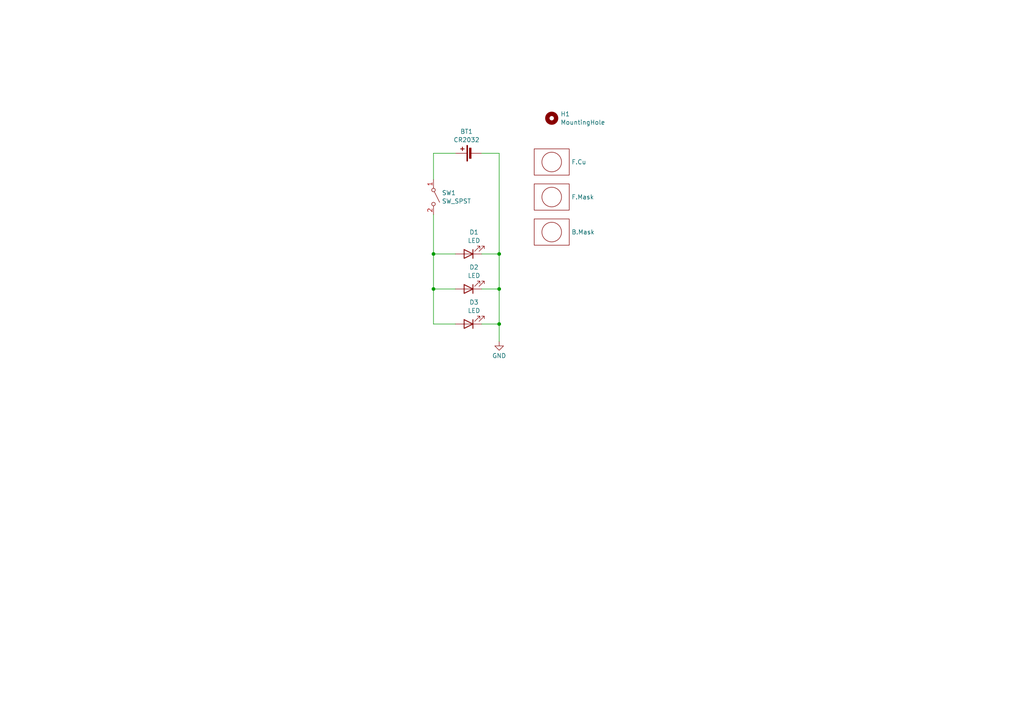
<source format=kicad_sch>
(kicad_sch (version 20231120) (generator "eeschema") (generator_version "8.0")
  (paper "A4")
  (title_block (title "${PROJECT-NAME}") (rev "${REVISION}"))
  (lib_symbols
    (symbol "Device:Battery_Cell" (pin_numbers hide) (pin_names (offset 0) hide)
      (property "Reference" "BT" (at 2.54 2.54 0))
      (property "Value" "Battery_Cell" (at 2.54 0 0))
      (symbol "Battery_Cell_0_1"
        (rectangle (start -2.286 1.778) (end 2.286 1.524) (fill (type outline)))
        (rectangle (start -1.524 1.016) (end 1.524 0.508) (fill (type outline)))
        (polyline (pts (xy 0 0.762) (xy 0 0)))
        (polyline (pts (xy 0 1.778) (xy 0 2.54)))
        (polyline (pts (xy 0.762 3.048) (xy 1.778 3.048)) (stroke (width 0.254)))
        (polyline (pts (xy 1.27 3.556) (xy 1.27 2.54)) (stroke (width 0.254)))
      )
      (symbol "Battery_Cell_1_1"
        (pin passive line (at 0 5.08 270) (length 2.54) (name "+") (number "1"))
        (pin passive line (at 0 -2.54 90) (length 2.54) (name "-") (number "2"))
      )
    )
    (symbol "Device:LED" (pin_numbers hide) (pin_names (offset 1.016) hide)
      (property "Reference" "D" (at 0 2.54 0))
      (property "Value" "LED" (at 0 -2.54 0))
      (symbol "LED_0_1"
        (polyline (pts (xy -1.27 -1.27) (xy -1.27 1.27)) (stroke (width 0.254)))
        (polyline (pts (xy -1.27 0) (xy 1.27 0)))
        (polyline (pts (xy 1.27 -1.27) (xy 1.27 1.27) (xy -1.27 0) (xy 1.27 -1.27)) (stroke (width 0.254)))
        (polyline (pts (xy -3.048 -0.762) (xy -4.572 -2.286) (xy -3.81 -2.286) (xy -4.572 -2.286) (xy -4.572 -1.524)))
        (polyline (pts (xy -1.778 -0.762) (xy -3.302 -2.286) (xy -2.54 -2.286) (xy -3.302 -2.286) (xy -3.302 -1.524)))
      )
      (symbol "LED_1_1"
        (pin passive line (at -3.81 0 0) (length 2.54) (name "K") (number "1"))
        (pin passive line (at 3.81 0 180) (length 2.54) (name "A") (number "2"))
      )
    )
    (symbol "Mechanical:MountingHole" (pin_names (offset 1.016)) (exclude_from_sim yes) (in_bom no)
      (property "Reference" "H" (at 0 5.08 0))
      (property "Value" "MountingHole" (at 0 3.175 0))
      (symbol "MountingHole_0_1"
        (circle (center 0 0) (radius 1.27) (stroke (width 1.27)))
      )
    )
    (symbol "Switch:SW_SPST" (pin_names (offset 0) hide)
      (property "Reference" "SW" (at 0 3.175 0))
      (property "Value" "SW_SPST" (at 0 -2.54 0))
      (symbol "SW_SPST_0_0"
        (circle (center -2.032 0) (radius 0.508))
        (polyline (pts (xy -1.524 0.254) (xy 1.524 1.778)))
        (circle (center 2.032 0) (radius 0.508))
      )
      (symbol "SW_SPST_1_1"
        (pin passive line (at -5.08 0 0) (length 2.54) (name "A") (number "1"))
        (pin passive line (at 5.08 0 180) (length 2.54) (name "B") (number "2"))
      )
    )
    (symbol "power:GND" (power) (pin_numbers hide) (pin_names (offset 0) hide)
      (property "Value" "GND" (at 0 -3.81 0))
      (symbol "GND_0_1"
        (polyline (pts (xy 0 0) (xy 0 -1.27) (xy 1.27 -1.27) (xy 0 -2.54) (xy -1.27 -1.27) (xy 0 -1.27)))
      )
      (symbol "GND_1_1"
        (pin power_in line (at 0 0 270) (length 0) (name "~") (number "1"))
      )
    )
    (symbol "sjm-mechanical:logo" (pin_names (offset 1.016))
      (property "Value" "logo" (at 7.62 -3.048 0))
      (symbol "logo_0_1"
        (rectangle (start -5.08 3.81) (end 5.08 -3.81))
        (circle (center 0 0) (radius 2.8448))
      )
    )
  )
  (junction (at 144.78 93.98))
  (junction (at 144.78 73.66))
  (junction (at 144.78 83.82))
  (junction (at 125.73 83.82))
  (junction (at 125.73 73.66))
  (wire (pts (xy 125.73 83.82) (xy 125.73 93.98)))
  (wire (pts (xy 144.78 44.45) (xy 139.7 44.45)))
  (wire (pts (xy 144.78 93.98) (xy 144.78 83.82)))
  (wire (pts (xy 125.73 83.82) (xy 132.08 83.82)))
  (wire (pts (xy 139.7 73.66) (xy 144.78 73.66)))
  (wire (pts (xy 125.73 73.66) (xy 132.08 73.66)))
  (wire (pts (xy 125.73 62.23) (xy 125.73 73.66)))
  (wire (pts (xy 139.7 93.98) (xy 144.78 93.98)))
  (wire (pts (xy 132.08 44.45) (xy 125.73 44.45)))
  (wire (pts (xy 139.7 83.82) (xy 144.78 83.82)))
  (wire (pts (xy 144.78 93.98) (xy 144.78 99.06)))
  (wire (pts (xy 144.78 44.45) (xy 144.78 73.66)))
  (wire (pts (xy 125.73 44.45) (xy 125.73 52.07)))
  (wire (pts (xy 125.73 93.98) (xy 132.08 93.98)))
  (wire (pts (xy 125.73 73.66) (xy 125.73 83.82)))
  (wire (pts (xy 144.78 83.82) (xy 144.78 73.66)))
  (symbol (lib_id "sjm-mechanical:logo") (at 160.02 57.15 0) (unit 1)
    (property "Reference" "Lg2" (effects (hide yes)))
    (property "Value" "F.Mask" (at 165.735 57.15 0) (effects (justify left)))
    (property "Footprint" "VULCA-Badge-Footprints:F.Mask" (effects (hide yes)))
  )
  (symbol (lib_id "Device:LED") (at 135.89 73.66 180) (unit 1)
    (property "Reference" "D1" (at 137.4775 67.3565 0))
    (property "Value" "LED" (at 137.4775 69.7808 0))
    (property "Footprint" "VULCA-Badge-Footprints:LED D5.0mm SMD" (effects (hide yes)))
    (property "Description" "Light emitting diode" (effects (hide yes)))
  )
  (symbol (lib_id "Device:LED") (at 135.89 93.98 180) (unit 1)
    (property "Reference" "D3" (at 137.4775 87.6765 0))
    (property "Value" "LED" (at 137.4775 90.1008 0))
    (property "Footprint" "VULCA-Badge-Footprints:LED D5.0mm SMD" (effects (hide yes)))
    (property "Description" "Light emitting diode" (effects (hide yes)))
  )
  (symbol (lib_id "Device:LED") (at 135.89 83.82 180) (unit 1)
    (property "Reference" "D2" (at 137.4775 77.5165 0))
    (property "Value" "LED" (at 137.4775 79.9408 0))
    (property "Footprint" "VULCA-Badge-Footprints:LED D5.0mm SMD" (effects (hide yes)))
    (property "Description" "Light emitting diode" (effects (hide yes)))
  )
  (symbol (lib_id "sjm-mechanical:logo") (at 160.02 67.31 0) (unit 1)
    (property "Reference" "Lg3" (effects (hide yes)))
    (property "Value" "B.Mask" (at 165.735 67.31 0) (effects (justify left)))
    (property "Footprint" "VULCA-Badge-Footprints:B.Mask" (effects (hide yes)))
  )
  (symbol (lib_id "Switch:SW_SPST") (at 125.73 57.15 270) (unit 1)
    (property "Reference" "SW1" (at 128.143 55.9378 90) (effects (justify left)))
    (property "Value" "SW_SPST" (at 128.143 58.3621 90) (effects (justify left)))
    (property "Footprint" "VULCA-Badge-Footprints:SW_PUSH_SPST_ 1208Yd" (effects (hide yes)))
    (property "Description" "Single Pole Single Throw (SPST) switch" (effects (hide yes)))
  )
  (symbol (lib_id "Mechanical:MountingHole") (at 160.02 34.29 0) (unit 1) (exclude_from_sim yes) (in_bom no)
    (property "Reference" "H1" (at 162.56 33.0778 0) (effects (justify left)))
    (property "Value" "MountingHole" (at 162.56 35.5021 0) (effects (justify left)))
    (property "Footprint" "MountingHole:MountingHole_4.3mm_M4" (effects (hide yes)))
    (property "Description" "Mounting Hole without connection" (effects (hide yes)))
  )
  (symbol (lib_id "sjm-mechanical:logo") (at 160.02 46.99 0) (unit 1)
    (property "Reference" "Lg1" (effects (hide yes)))
    (property "Value" "F.Cu" (at 165.735 46.99 0) (effects (justify left)))
    (property "Footprint" "VULCA-Badge-Footprints:F.Cu" (effects (hide yes)))
  )
  (symbol (lib_id "Device:Battery_Cell") (at 137.16 44.45 90) (unit 1)
    (property "Reference" "BT1" (at 135.3185 38.1465 90))
    (property "Value" "CR2032" (at 135.3185 40.5708 90))
    (property "Footprint" "Battery:BatteryHolder_Keystone_1060_1x2032" (effects (hide yes)))
    (property "Description" "Single-cell battery" (effects (hide yes)))
  )
  (symbol (lib_id "power:GND") (at 144.78 99.06 0) (unit 1)
    (property "Reference" "#PWR01" (effects (hide yes)))
    (property "Value" "GND" (at 144.78 103.1931 0))
    (property "Description" "Power symbol creates a global label with name \"GND\" , ground" (effects (hide yes)))
  )
)
</source>
